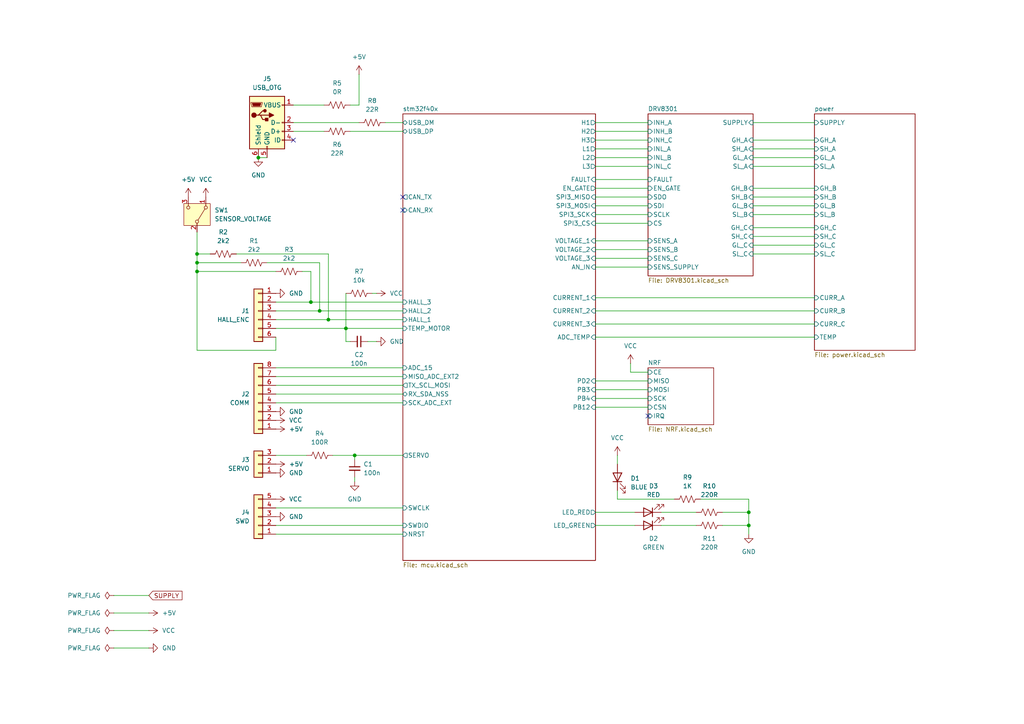
<source format=kicad_sch>
(kicad_sch (version 20231120) (generator "eeschema") (generator_version "8.0")
  (paper "A4")
  (title_block (title "bldc-controller-edp") (date "2024-08-20") (rev "1.0") (company "UTN"))
  (lib_symbols
    (symbol "Connector_Generic:Conn_01x03" (pin_names (offset 1.016) hide)
      (property "Reference" "J" (at 0 5.08 0))
      (property "Value" "Conn_01x03" (at 0 -5.08 0))
      (symbol "Conn_01x03_1_1"
        (rectangle (start -1.27 -2.413) (end 0 -2.667) (stroke (width 0.1524)))
        (rectangle (start -1.27 0.127) (end 0 -0.127) (stroke (width 0.1524)))
        (rectangle (start -1.27 2.667) (end 0 2.413) (stroke (width 0.1524)))
        (rectangle (start -1.27 3.81) (end 1.27 -3.81) (stroke (width 0.254)) (fill (type background)))
        (pin passive line (at -5.08 2.54 0) (length 3.81) (name "Pin_1") (number "1"))
        (pin passive line (at -5.08 0 0) (length 3.81) (name "Pin_2") (number "2"))
        (pin passive line (at -5.08 -2.54 0) (length 3.81) (name "Pin_3") (number "3"))
      )
    )
    (symbol "Connector_Generic:Conn_01x05" (pin_names (offset 1.016) hide)
      (property "Reference" "J" (at 0 7.62 0))
      (property "Value" "Conn_01x05" (at 0 -7.62 0))
      (symbol "Conn_01x05_1_1"
        (rectangle (start -1.27 -4.953) (end 0 -5.207) (stroke (width 0.1524)))
        (rectangle (start -1.27 -2.413) (end 0 -2.667) (stroke (width 0.1524)))
        (rectangle (start -1.27 0.127) (end 0 -0.127) (stroke (width 0.1524)))
        (rectangle (start -1.27 2.667) (end 0 2.413) (stroke (width 0.1524)))
        (rectangle (start -1.27 5.207) (end 0 4.953) (stroke (width 0.1524)))
        (rectangle (start -1.27 6.35) (end 1.27 -6.35) (stroke (width 0.254)) (fill (type background)))
        (pin passive line (at -5.08 5.08 0) (length 3.81) (name "Pin_1") (number "1"))
        (pin passive line (at -5.08 2.54 0) (length 3.81) (name "Pin_2") (number "2"))
        (pin passive line (at -5.08 0 0) (length 3.81) (name "Pin_3") (number "3"))
        (pin passive line (at -5.08 -2.54 0) (length 3.81) (name "Pin_4") (number "4"))
        (pin passive line (at -5.08 -5.08 0) (length 3.81) (name "Pin_5") (number "5"))
      )
    )
    (symbol "Connector_Generic:Conn_01x06" (pin_names (offset 1.016) hide)
      (property "Reference" "J" (at 0 7.62 0))
      (property "Value" "Conn_01x06" (at 0 -10.16 0))
      (symbol "Conn_01x06_1_1"
        (rectangle (start -1.27 -7.493) (end 0 -7.747) (stroke (width 0.1524)))
        (rectangle (start -1.27 -4.953) (end 0 -5.207) (stroke (width 0.1524)))
        (rectangle (start -1.27 -2.413) (end 0 -2.667) (stroke (width 0.1524)))
        (rectangle (start -1.27 0.127) (end 0 -0.127) (stroke (width 0.1524)))
        (rectangle (start -1.27 2.667) (end 0 2.413) (stroke (width 0.1524)))
        (rectangle (start -1.27 5.207) (end 0 4.953) (stroke (width 0.1524)))
        (rectangle (start -1.27 6.35) (end 1.27 -8.89) (stroke (width 0.254)) (fill (type background)))
        (pin passive line (at -5.08 5.08 0) (length 3.81) (name "Pin_1") (number "1"))
        (pin passive line (at -5.08 2.54 0) (length 3.81) (name "Pin_2") (number "2"))
        (pin passive line (at -5.08 0 0) (length 3.81) (name "Pin_3") (number "3"))
        (pin passive line (at -5.08 -2.54 0) (length 3.81) (name "Pin_4") (number "4"))
        (pin passive line (at -5.08 -5.08 0) (length 3.81) (name "Pin_5") (number "5"))
        (pin passive line (at -5.08 -7.62 0) (length 3.81) (name "Pin_6") (number "6"))
      )
    )
    (symbol "Connector_Generic:Conn_01x08" (pin_names (offset 1.016) hide)
      (property "Reference" "J" (at 0 10.16 0))
      (property "Value" "Conn_01x08" (at 0 -12.7 0))
      (symbol "Conn_01x08_1_1"
        (rectangle (start -1.27 -10.033) (end 0 -10.287) (stroke (width 0.1524)))
        (rectangle (start -1.27 -7.493) (end 0 -7.747) (stroke (width 0.1524)))
        (rectangle (start -1.27 -4.953) (end 0 -5.207) (stroke (width 0.1524)))
        (rectangle (start -1.27 -2.413) (end 0 -2.667) (stroke (width 0.1524)))
        (rectangle (start -1.27 0.127) (end 0 -0.127) (stroke (width 0.1524)))
        (rectangle (start -1.27 2.667) (end 0 2.413) (stroke (width 0.1524)))
        (rectangle (start -1.27 5.207) (end 0 4.953) (stroke (width 0.1524)))
        (rectangle (start -1.27 7.747) (end 0 7.493) (stroke (width 0.1524)))
        (rectangle (start -1.27 8.89) (end 1.27 -11.43) (stroke (width 0.254)) (fill (type background)))
        (pin passive line (at -5.08 7.62 0) (length 3.81) (name "Pin_1") (number "1"))
        (pin passive line (at -5.08 5.08 0) (length 3.81) (name "Pin_2") (number "2"))
        (pin passive line (at -5.08 2.54 0) (length 3.81) (name "Pin_3") (number "3"))
        (pin passive line (at -5.08 0 0) (length 3.81) (name "Pin_4") (number "4"))
        (pin passive line (at -5.08 -2.54 0) (length 3.81) (name "Pin_5") (number "5"))
        (pin passive line (at -5.08 -5.08 0) (length 3.81) (name "Pin_6") (number "6"))
        (pin passive line (at -5.08 -7.62 0) (length 3.81) (name "Pin_7") (number "7"))
        (pin passive line (at -5.08 -10.16 0) (length 3.81) (name "Pin_8") (number "8"))
      )
    )
    (symbol "Device:C_Small" (pin_numbers hide) (pin_names (offset 0.254) hide)
      (property "Reference" "C" (at 0.254 1.778 0))
      (property "Value" "C_Small" (at 0.254 -2.032 0))
      (symbol "C_Small_0_1"
        (polyline (pts (xy -1.524 -0.508) (xy 1.524 -0.508)) (stroke (width 0.3302)))
        (polyline (pts (xy -1.524 0.508) (xy 1.524 0.508)) (stroke (width 0.3048)))
      )
      (symbol "C_Small_1_1"
        (pin passive line (at 0 2.54 270) (length 2.032) (name "~") (number "1"))
        (pin passive line (at 0 -2.54 90) (length 2.032) (name "~") (number "2"))
      )
    )
    (symbol "Device:LED" (pin_numbers hide) (pin_names (offset 1.016) hide)
      (property "Reference" "D" (at 0 2.54 0))
      (property "Value" "LED" (at 0 -2.54 0))
      (symbol "LED_0_1"
        (polyline (pts (xy -1.27 -1.27) (xy -1.27 1.27)) (stroke (width 0.254)))
        (polyline (pts (xy -1.27 0) (xy 1.27 0)))
        (polyline (pts (xy 1.27 -1.27) (xy 1.27 1.27) (xy -1.27 0) (xy 1.27 -1.27)) (stroke (width 0.254)))
        (polyline (pts (xy -3.048 -0.762) (xy -4.572 -2.286) (xy -3.81 -2.286) (xy -4.572 -2.286) (xy -4.572 -1.524)))
        (polyline (pts (xy -1.778 -0.762) (xy -3.302 -2.286) (xy -2.54 -2.286) (xy -3.302 -2.286) (xy -3.302 -1.524)))
      )
      (symbol "LED_1_1"
        (pin passive line (at -3.81 0 0) (length 2.54) (name "K") (number "1"))
        (pin passive line (at 3.81 0 180) (length 2.54) (name "A") (number "2"))
      )
    )
    (symbol "Device:R_US" (pin_numbers hide) (pin_names (offset 0))
      (property "Reference" "R" (at 2.54 0 90))
      (property "Value" "R_US" (at -2.54 0 90))
      (symbol "R_US_0_1"
        (polyline (pts (xy 0 -2.286) (xy 0 -2.54)))
        (polyline (pts (xy 0 2.286) (xy 0 2.54)))
        (polyline (pts (xy 0 -0.762) (xy 1.016 -1.143) (xy 0 -1.524) (xy -1.016 -1.905) (xy 0 -2.286)))
        (polyline (pts (xy 0 0.762) (xy 1.016 0.381) (xy 0 0) (xy -1.016 -0.381) (xy 0 -0.762)))
        (polyline (pts (xy 0 2.286) (xy 1.016 1.905) (xy 0 1.524) (xy -1.016 1.143) (xy 0 0.762)))
      )
      (symbol "R_US_1_1"
        (pin passive line (at 0 3.81 270) (length 1.27) (name "~") (number "1"))
        (pin passive line (at 0 -3.81 90) (length 1.27) (name "~") (number "2"))
      )
    )
    (symbol "ESCX-rescue:PWR_FLAG-power" (power) (pin_numbers hide) (pin_names (offset 0) hide)
      (property "Value" "power:PWR_FLAG" (at 0 3.81 0))
      (symbol "PWR_FLAG-power_0_0"
        (pin power_out line (at 0 0 90) (length 0) (name "pwr") (number "1"))
      )
      (symbol "PWR_FLAG-power_0_1"
        (polyline (pts (xy 0 0) (xy 0 1.27) (xy -1.016 1.905) (xy 0 2.54) (xy 1.016 1.905) (xy 0 1.27)))
      )
    )
    (symbol "Switch:SW_SPDT" (pin_names (offset 0) hide)
      (property "Reference" "SW" (at 0 5.08 0))
      (property "Value" "SW_SPDT" (at 0 -5.08 0))
      (symbol "SW_SPDT_0_1"
        (circle (center -2.032 0) (radius 0.4572))
        (polyline (pts (xy -1.651 0.254) (xy 1.651 2.286)))
        (circle (center 2.032 -2.54) (radius 0.4572))
        (circle (center 2.032 2.54) (radius 0.4572))
      )
      (symbol "SW_SPDT_1_1"
        (rectangle (start -3.175 3.81) (end 3.175 -3.81) (fill (type background)))
        (pin passive line (at 5.08 2.54 180) (length 2.54) (name "A") (number "1"))
        (pin passive line (at -5.08 0 0) (length 2.54) (name "B") (number "2"))
        (pin passive line (at 5.08 -2.54 180) (length 2.54) (name "C") (number "3"))
      )
    )
    (symbol "bldc:USB_OTG" (pin_names (offset 1.016))
      (property "Reference" "J" (at -5.08 11.43 0))
      (property "Value" "USB_OTG" (at -5.08 8.89 0))
      (symbol "USB_OTG_0_1"
        (rectangle (start -5.08 -7.62) (end 5.08 7.62) (stroke (width 0.254)) (fill (type background)))
        (circle (center -3.81 2.159) (radius 0.635) (stroke (width 0.254)) (fill (type outline)))
        (circle (center -0.635 3.429) (radius 0.381) (stroke (width 0.254)) (fill (type outline)))
        (rectangle (start -0.127 -7.62) (end 0.127 -6.858))
        (polyline (pts (xy -1.905 2.159) (xy 0.635 2.159)) (stroke (width 0.254)))
        (polyline (pts (xy -3.175 2.159) (xy -2.54 2.159) (xy -1.27 3.429) (xy -0.635 3.429)) (stroke (width 0.254)))
        (polyline (pts (xy -2.54 2.159) (xy -1.905 2.159) (xy -1.27 0.889) (xy 0 0.889)) (stroke (width 0.254)))
        (polyline (pts (xy 0.635 2.794) (xy 0.635 1.524) (xy 1.905 2.159) (xy 0.635 2.794)) (stroke (width 0.254)) (fill (type outline)))
        (polyline (pts (xy -4.318 5.588) (xy -1.778 5.588) (xy -2.032 4.826) (xy -4.064 4.826) (xy -4.318 5.588)) (fill (type outline)))
        (polyline (pts (xy -4.699 5.842) (xy -4.699 5.588) (xy -4.445 4.826) (xy -4.445 4.572) (xy -1.651 4.572) (xy -1.651 4.826) (xy -1.397 5.588) (xy -1.397 5.842) (xy -4.699 5.842)))
        (rectangle (start 0.254 1.27) (end -0.508 0.508) (stroke (width 0.254)) (fill (type outline)))
        (rectangle (start 5.08 -5.207) (end 4.318 -4.953))
        (rectangle (start 5.08 -2.667) (end 4.318 -2.413))
        (rectangle (start 5.08 -0.127) (end 4.318 0.127))
        (rectangle (start 5.08 4.953) (end 4.318 5.207))
      )
      (symbol "USB_OTG_1_1"
        (pin passive line (at 7.62 5.08 180) (length 2.54) (name "VBUS") (number "1"))
        (pin passive line (at 7.62 0 180) (length 2.54) (name "D-") (number "2"))
        (pin passive line (at 7.62 -2.54 180) (length 2.54) (name "D+") (number "3"))
        (pin passive line (at 7.62 -5.08 180) (length 2.54) (name "ID") (number "4"))
        (pin power_in line (at 0 -10.16 90) (length 2.54) (name "GND") (number "5"))
        (pin passive line (at -2.54 -10.16 90) (length 2.54) (name "Shield") (number "6"))
      )
    )
    (symbol "power:+5V" (power) (pin_numbers hide) (pin_names (offset 0) hide)
      (property "Value" "+5V" (at 0 3.556 0))
      (symbol "+5V_0_1"
        (polyline (pts (xy -0.762 1.27) (xy 0 2.54)))
        (polyline (pts (xy 0 0) (xy 0 2.54)))
        (polyline (pts (xy 0 2.54) (xy 0.762 1.27)))
      )
      (symbol "+5V_1_1"
        (pin power_in line (at 0 0 90) (length 0) (name "~") (number "1"))
      )
    )
    (symbol "power:GND" (power) (pin_numbers hide) (pin_names (offset 0) hide)
      (property "Value" "GND" (at 0 -3.81 0))
      (symbol "GND_0_1"
        (polyline (pts (xy 0 0) (xy 0 -1.27) (xy 1.27 -1.27) (xy 0 -2.54) (xy -1.27 -1.27) (xy 0 -1.27)))
      )
      (symbol "GND_1_1"
        (pin power_in line (at 0 0 270) (length 0) (name "~") (number "1"))
      )
    )
    (symbol "power:VCC" (power) (pin_numbers hide) (pin_names (offset 0) hide)
      (property "Value" "VCC" (at 0 3.556 0))
      (symbol "VCC_0_1"
        (polyline (pts (xy -0.762 1.27) (xy 0 2.54)))
        (polyline (pts (xy 0 0) (xy 0 2.54)))
        (polyline (pts (xy 0 2.54) (xy 0.762 1.27)))
      )
      (symbol "VCC_1_1"
        (pin power_in line (at 0 0 90) (length 0) (name "~") (number "1"))
      )
    )
  )
  (junction (at 57.15 76.2))
  (junction (at 100.33 95.25))
  (junction (at 57.15 78.74))
  (junction (at 95.25 92.71))
  (junction (at 57.15 73.66))
  (junction (at 102.87 132.08))
  (junction (at 217.17 152.4))
  (junction (at 217.17 148.59))
  (junction (at 74.93 45.72))
  (junction (at 90.17 87.63))
  (junction (at 92.71 90.17))
  (no_connect (at 85.09 40.64))
  (no_connect (at 116.84 57.15))
  (no_connect (at 116.84 60.96))
  (no_connect (at 187.96 120.65))
  (wire (pts (xy 172.72 40.64) (xy 187.96 40.64)))
  (wire (pts (xy 95.25 73.66) (xy 95.25 92.71)))
  (wire (pts (xy 172.72 48.26) (xy 187.96 48.26)))
  (wire (pts (xy 80.01 111.76) (xy 116.84 111.76)))
  (wire (pts (xy 182.88 107.95) (xy 182.88 105.41)))
  (wire (pts (xy 57.15 101.6) (xy 57.15 78.74)))
  (wire (pts (xy 68.58 73.66) (xy 95.25 73.66)))
  (wire (pts (xy 80.01 92.71) (xy 95.25 92.71)))
  (wire (pts (xy 209.55 152.4) (xy 217.17 152.4)))
  (wire (pts (xy 102.87 138.43) (xy 102.87 139.7)))
  (wire (pts (xy 218.44 73.66) (xy 236.22 73.66)))
  (wire (pts (xy 172.72 93.98) (xy 236.22 93.98)))
  (wire (pts (xy 172.72 54.61) (xy 187.96 54.61)))
  (wire (pts (xy 116.84 147.32) (xy 80.01 147.32)))
  (wire (pts (xy 172.72 77.47) (xy 187.96 77.47)))
  (wire (pts (xy 191.77 152.4) (xy 201.93 152.4)))
  (wire (pts (xy 172.72 38.1) (xy 187.96 38.1)))
  (wire (pts (xy 57.15 73.66) (xy 57.15 67.31)))
  (wire (pts (xy 96.52 132.08) (xy 102.87 132.08)))
  (wire (pts (xy 60.96 73.66) (xy 57.15 73.66)))
  (wire (pts (xy 90.17 78.74) (xy 87.63 78.74)))
  (wire (pts (xy 217.17 144.78) (xy 203.2 144.78)))
  (wire (pts (xy 217.17 152.4) (xy 217.17 148.59)))
  (wire (pts (xy 80.01 154.94) (xy 116.84 154.94)))
  (wire (pts (xy 218.44 57.15) (xy 236.22 57.15)))
  (wire (pts (xy 191.77 148.59) (xy 201.93 148.59)))
  (wire (pts (xy 172.72 72.39) (xy 187.96 72.39)))
  (wire (pts (xy 106.68 99.06) (xy 109.22 99.06)))
  (wire (pts (xy 92.71 76.2) (xy 92.71 90.17)))
  (wire (pts (xy 172.72 90.17) (xy 236.22 90.17)))
  (wire (pts (xy 218.44 40.64) (xy 236.22 40.64)))
  (wire (pts (xy 95.25 92.71) (xy 116.84 92.71)))
  (wire (pts (xy 172.72 86.36) (xy 236.22 86.36)))
  (wire (pts (xy 218.44 66.04) (xy 236.22 66.04)))
  (wire (pts (xy 172.72 74.93) (xy 187.96 74.93)))
  (wire (pts (xy 217.17 148.59) (xy 217.17 144.78)))
  (wire (pts (xy 172.72 115.57) (xy 187.96 115.57)))
  (wire (pts (xy 179.07 134.62) (xy 179.07 132.08)))
  (wire (pts (xy 107.95 85.09) (xy 109.22 85.09)))
  (wire (pts (xy 111.76 35.56) (xy 116.84 35.56)))
  (wire (pts (xy 101.6 38.1) (xy 116.84 38.1)))
  (wire (pts (xy 102.87 132.08) (xy 116.84 132.08)))
  (wire (pts (xy 218.44 62.23) (xy 236.22 62.23)))
  (wire (pts (xy 172.72 62.23) (xy 187.96 62.23)))
  (wire (pts (xy 218.44 54.61) (xy 236.22 54.61)))
  (wire (pts (xy 172.72 35.56) (xy 187.96 35.56)))
  (wire (pts (xy 33.02 177.8) (xy 43.18 177.8)))
  (wire (pts (xy 218.44 35.56) (xy 236.22 35.56)))
  (wire (pts (xy 218.44 68.58) (xy 236.22 68.58)))
  (wire (pts (xy 80.01 97.79) (xy 80.01 101.6)))
  (wire (pts (xy 179.07 144.78) (xy 195.58 144.78)))
  (wire (pts (xy 179.07 142.24) (xy 179.07 144.78)))
  (wire (pts (xy 172.72 64.77) (xy 187.96 64.77)))
  (wire (pts (xy 80.01 132.08) (xy 88.9 132.08)))
  (wire (pts (xy 104.14 30.48) (xy 104.14 21.59)))
  (wire (pts (xy 172.72 113.03) (xy 187.96 113.03)))
  (wire (pts (xy 33.02 182.88) (xy 43.18 182.88)))
  (wire (pts (xy 80.01 109.22) (xy 116.84 109.22)))
  (wire (pts (xy 100.33 95.25) (xy 116.84 95.25)))
  (wire (pts (xy 209.55 148.59) (xy 217.17 148.59)))
  (wire (pts (xy 172.72 118.11) (xy 187.96 118.11)))
  (wire (pts (xy 218.44 45.72) (xy 236.22 45.72)))
  (wire (pts (xy 218.44 48.26) (xy 236.22 48.26)))
  (wire (pts (xy 80.01 116.84) (xy 116.84 116.84)))
  (wire (pts (xy 172.72 152.4) (xy 184.15 152.4)))
  (wire (pts (xy 172.72 110.49) (xy 187.96 110.49)))
  (wire (pts (xy 80.01 114.3) (xy 116.84 114.3)))
  (wire (pts (xy 100.33 99.06) (xy 101.6 99.06)))
  (wire (pts (xy 218.44 43.18) (xy 236.22 43.18)))
  (wire (pts (xy 102.87 132.08) (xy 102.87 133.35)))
  (wire (pts (xy 33.02 172.72) (xy 43.18 172.72)))
  (wire (pts (xy 172.72 45.72) (xy 187.96 45.72)))
  (wire (pts (xy 85.09 38.1) (xy 93.98 38.1)))
  (wire (pts (xy 100.33 99.06) (xy 100.33 95.25)))
  (wire (pts (xy 172.72 57.15) (xy 187.96 57.15)))
  (wire (pts (xy 80.01 101.6) (xy 57.15 101.6)))
  (wire (pts (xy 101.6 30.48) (xy 104.14 30.48)))
  (wire (pts (xy 187.96 107.95) (xy 182.88 107.95)))
  (wire (pts (xy 80.01 90.17) (xy 92.71 90.17)))
  (wire (pts (xy 90.17 87.63) (xy 90.17 78.74)))
  (wire (pts (xy 172.72 59.69) (xy 187.96 59.69)))
  (wire (pts (xy 33.02 187.96) (xy 43.18 187.96)))
  (wire (pts (xy 85.09 30.48) (xy 93.98 30.48)))
  (wire (pts (xy 69.85 76.2) (xy 57.15 76.2)))
  (wire (pts (xy 80.01 106.68) (xy 116.84 106.68)))
  (wire (pts (xy 90.17 87.63) (xy 116.84 87.63)))
  (wire (pts (xy 80.01 78.74) (xy 57.15 78.74)))
  (wire (pts (xy 218.44 71.12) (xy 236.22 71.12)))
  (wire (pts (xy 57.15 78.74) (xy 57.15 76.2)))
  (wire (pts (xy 92.71 90.17) (xy 116.84 90.17)))
  (wire (pts (xy 172.72 52.07) (xy 187.96 52.07)))
  (wire (pts (xy 100.33 85.09) (xy 100.33 95.25)))
  (wire (pts (xy 218.44 59.69) (xy 236.22 59.69)))
  (wire (pts (xy 77.47 45.72) (xy 74.93 45.72)))
  (wire (pts (xy 172.72 69.85) (xy 187.96 69.85)))
  (wire (pts (xy 172.72 97.79) (xy 236.22 97.79)))
  (wire (pts (xy 80.01 152.4) (xy 116.84 152.4)))
  (wire (pts (xy 172.72 148.59) (xy 184.15 148.59)))
  (wire (pts (xy 217.17 152.4) (xy 217.17 154.94)))
  (wire (pts (xy 172.72 43.18) (xy 187.96 43.18)))
  (wire (pts (xy 80.01 87.63) (xy 90.17 87.63)))
  (wire (pts (xy 77.47 76.2) (xy 92.71 76.2)))
  (wire (pts (xy 85.09 35.56) (xy 104.14 35.56)))
  (wire (pts (xy 57.15 76.2) (xy 57.15 73.66)))
  (wire (pts (xy 80.01 95.25) (xy 100.33 95.25)))
  (global_label "SUPPLY" (shape input) (at 43.18 172.72 0) (property "Intersheetrefs" "${INTERSHEET_REFS}" (effects (hide yes))))
  (symbol (lib_id "Connector_Generic:Conn_01x06") (at 74.93 90.17 0) (mirror y) (unit 1)
    (property "Reference" "J1" (at 72.39 90.1699 0) (effects (justify left)))
    (property "Value" "HALL_ENC" (at 72.39 92.7099 0) (effects (justify left)))
  )
  (symbol (lib_id "Device:R_US") (at 83.82 78.74 270) (unit 1)
    (property "Reference" "R3" (at 83.82 72.39 90))
    (property "Value" "2k2" (at 83.82 74.93 90))
    (property "Footprint" "Resistor_SMD:R_0603_1608Metric" (effects (hide yes)))
    (property "Description" "R 2k2, 0603 " (effects (hide yes)))
  )
  (symbol (lib_id "Device:R_US") (at 73.66 76.2 270) (unit 1)
    (property "Reference" "R1" (at 73.66 69.85 90))
    (property "Value" "2k2" (at 73.66 72.39 90))
    (property "Footprint" "Resistor_SMD:R_0603_1608Metric" (effects (hide yes)))
    (property "Description" "R 2k2, 0603 " (effects (hide yes)))
  )
  (symbol (lib_id "Device:R_US") (at 64.77 73.66 270) (unit 1)
    (property "Reference" "R2" (at 64.77 67.31 90))
    (property "Value" "2k2" (at 64.77 69.85 90))
    (property "Footprint" "Resistor_SMD:R_0603_1608Metric" (effects (hide yes)))
    (property "Description" "R 2k2, 0603 " (effects (hide yes)))
  )
  (symbol (lib_id "power:GND") (at 80.01 85.09 90) (unit 1)
    (property "Reference" "#PWR07" (effects (hide yes)))
    (property "Value" "GND" (at 83.82 85.0899 90) (effects (justify right)))
    (property "Description" "Power symbol creates a global label with name \"GND\" , ground" (effects (hide yes)))
  )
  (symbol (lib_id "Device:R_US") (at 104.14 85.09 270) (unit 1)
    (property "Reference" "R7" (at 104.14 78.74 90))
    (property "Value" "10k" (at 104.14 81.28 90))
    (property "Footprint" "Resistor_SMD:R_0603_1608Metric" (effects (hide yes)))
  )
  (symbol (lib_id "power:VCC") (at 109.22 85.09 270) (unit 1)
    (property "Reference" "#PWR017" (effects (hide yes)))
    (property "Value" "VCC" (at 113.03 85.0899 90) (effects (justify left)))
    (property "Description" "Power symbol creates a global label with name \"VCC\"" (effects (hide yes)))
  )
  (symbol (lib_id "Device:C_Small") (at 104.14 99.06 270) (unit 1)
    (property "Reference" "C2" (at 104.1336 102.87 90))
    (property "Value" "100n" (at 104.1336 105.41 90))
    (property "Footprint" "Capacitor_SMD:C_0603_1608Metric" (effects (hide yes)))
    (property "Description" "CAP 100n, 50V, 0603" (effects (hide yes)))
  )
  (symbol (lib_id "power:GND") (at 109.22 99.06 90) (unit 1)
    (property "Reference" "#PWR018" (effects (hide yes)))
    (property "Value" "GND" (at 113.03 99.0599 90) (effects (justify right)))
    (property "Description" "Power symbol creates a global label with name \"GND\" , ground" (effects (hide yes)))
  )
  (symbol (lib_id "Switch:SW_SPDT") (at 57.15 62.23 270) (mirror x) (unit 1)
    (property "Reference" "SW1" (at 62.23 60.9599 90) (effects (justify left)))
    (property "Value" "SENSOR_VOLTAGE" (at 62.23 63.4999 90) (effects (justify left)))
    (property "Footprint" "Button_Switch_THT:SW_Slide-03_Wuerth-WS-SLTV_10x2.5x6.4_P2.54mm" (effects (hide yes)))
    (property "Description" "SWITCH SLIDE SPDT 500MA 12V" (effects (hide yes)))
    (property "Manufacturer" "Würth Elektronik" (effects (hide yes)))
    (property "Manufacturer Product Number " "450301014042" (effects (hide yes)))
  )
  (symbol (lib_id "Connector_Generic:Conn_01x08") (at 74.93 116.84 180) (unit 1)
    (property "Reference" "J2" (at 72.39 114.2999 0) (effects (justify left)))
    (property "Value" "COMM" (at 72.39 116.8399 0) (effects (justify left)))
  )
  (symbol (lib_id "power:VCC") (at 59.69 57.15 0) (unit 1)
    (property "Reference" "#PWR05" (effects (hide yes)))
    (property "Value" "VCC" (at 59.69 52.07 0))
    (property "Description" "Power symbol creates a global label with name \"VCC\"" (effects (hide yes)))
  )
  (symbol (lib_id "power:+5V") (at 54.61 57.15 0) (unit 1)
    (property "Reference" "#PWR04" (effects (hide yes)))
    (property "Value" "+5V" (at 54.61 52.07 0))
    (property "Description" "Power symbol creates a global label with name \"+5V\"" (effects (hide yes)))
  )
  (symbol (lib_id "ESCX-rescue:PWR_FLAG-power") (at 33.02 172.72 90) (unit 1)
    (property "Reference" "#FLG01" (effects (hide yes)))
    (property "Value" "PWR_FLAG" (at 29.21 172.7199 90) (effects (justify left)))
  )
  (symbol (lib_id "ESCX-rescue:PWR_FLAG-power") (at 33.02 177.8 90) (unit 1)
    (property "Reference" "#FLG02" (effects (hide yes)))
    (property "Value" "PWR_FLAG" (at 29.21 177.7999 90) (effects (justify left)))
  )
  (symbol (lib_id "ESCX-rescue:PWR_FLAG-power") (at 33.02 182.88 90) (unit 1)
    (property "Reference" "#FLG03" (effects (hide yes)))
    (property "Value" "PWR_FLAG" (at 29.21 182.8799 90) (effects (justify left)))
  )
  (symbol (lib_id "ESCX-rescue:PWR_FLAG-power") (at 33.02 187.96 90) (unit 1)
    (property "Reference" "#FLG04" (effects (hide yes)))
    (property "Value" "PWR_FLAG" (at 29.21 187.9599 90) (effects (justify left)))
  )
  (symbol (lib_id "power:VCC") (at 43.18 182.88 270) (unit 1)
    (property "Reference" "#PWR02" (effects (hide yes)))
    (property "Value" "VCC" (at 46.99 182.8799 90) (effects (justify left)))
    (property "Description" "Power symbol creates a global label with name \"VCC\"" (effects (hide yes)))
  )
  (symbol (lib_id "power:GND") (at 43.18 187.96 90) (unit 1)
    (property "Reference" "#PWR03" (effects (hide yes)))
    (property "Value" "GND" (at 46.99 187.9599 90) (effects (justify right)))
    (property "Description" "Power symbol creates a global label with name \"GND\" , ground" (effects (hide yes)))
  )
  (symbol (lib_id "power:GND") (at 80.01 119.38 90) (unit 1)
    (property "Reference" "#PWR08" (effects (hide yes)))
    (property "Value" "GND" (at 83.82 119.3799 90) (effects (justify right)))
    (property "Description" "Power symbol creates a global label with name \"GND\" , ground" (effects (hide yes)))
  )
  (symbol (lib_id "power:VCC") (at 80.01 121.92 270) (unit 1)
    (property "Reference" "#PWR09" (effects (hide yes)))
    (property "Value" "VCC" (at 83.82 121.9199 90) (effects (justify left)))
    (property "Description" "Power symbol creates a global label with name \"VCC\"" (effects (hide yes)))
  )
  (symbol (lib_id "power:+5V") (at 80.01 124.46 270) (unit 1)
    (property "Reference" "#PWR010" (effects (hide yes)))
    (property "Value" "+5V" (at 83.82 124.4599 90) (effects (justify left)))
    (property "Description" "Power symbol creates a global label with name \"+5V\"" (effects (hide yes)))
  )
  (symbol (lib_id "Connector_Generic:Conn_01x03") (at 74.93 134.62 180) (unit 1)
    (property "Reference" "J3" (at 72.39 133.3499 0) (effects (justify left)))
    (property "Value" "SERVO" (at 72.39 135.8899 0) (effects (justify left)))
  )
  (symbol (lib_id "Device:R_US") (at 107.95 35.56 270) (unit 1)
    (property "Reference" "R8" (at 107.95 29.21 90))
    (property "Value" "22R" (at 107.95 31.75 90))
    (property "Footprint" "Resistor_SMD:R_0603_1608Metric" (effects (hide yes)))
  )
  (symbol (lib_id "Device:R_US") (at 97.79 38.1 270) (unit 1)
    (property "Reference" "R6" (at 97.79 41.91 90))
    (property "Value" "22R" (at 97.79 44.45 90))
    (property "Footprint" "Resistor_SMD:R_0603_1608Metric" (effects (hide yes)))
  )
  (symbol (lib_id "power:GND") (at 74.93 45.72 0) (unit 1)
    (property "Reference" "#PWR06" (effects (hide yes)))
    (property "Value" "GND" (at 74.93 50.8 0))
    (property "Description" "Power symbol creates a global label with name \"GND\" , ground" (effects (hide yes)))
  )
  (symbol (lib_id "Device:R_US") (at 92.71 132.08 270) (unit 1)
    (property "Reference" "R4" (at 92.71 125.73 90))
    (property "Value" "100R" (at 92.71 128.27 90))
    (property "Footprint" "Resistor_SMD:R_0603_1608Metric" (effects (hide yes)))
    (property "Description" "R 2k2, 0603 " (effects (hide yes)))
  )
  (symbol (lib_id "Device:C_Small") (at 102.87 135.89 0) (unit 1)
    (property "Reference" "C1" (at 105.41 134.6262 0) (effects (justify left)))
    (property "Value" "100n" (at 105.41 137.1662 0) (effects (justify left)))
    (property "Footprint" "Capacitor_SMD:C_0603_1608Metric" (effects (hide yes)))
    (property "Description" "CAP 100n, 50V, 0603" (effects (hide yes)))
  )
  (symbol (lib_id "power:GND") (at 102.87 139.7 0) (unit 1)
    (property "Reference" "#PWR015" (effects (hide yes)))
    (property "Value" "GND" (at 102.87 144.78 0))
    (property "Description" "Power symbol creates a global label with name \"GND\" , ground" (effects (hide yes)))
  )
  (symbol (lib_id "Connector_Generic:Conn_01x05") (at 74.93 149.86 180) (unit 1)
    (property "Reference" "J4" (at 72.39 148.5899 0) (effects (justify left)))
    (property "Value" "SWD" (at 72.39 151.1299 0) (effects (justify left)))
  )
  (symbol (lib_id "power:VCC") (at 80.01 144.78 270) (unit 1)
    (property "Reference" "#PWR013" (effects (hide yes)))
    (property "Value" "VCC" (at 83.82 144.7799 90) (effects (justify left)))
    (property "Description" "Power symbol creates a global label with name \"VCC\"" (effects (hide yes)))
  )
  (symbol (lib_id "power:GND") (at 80.01 149.86 90) (unit 1)
    (property "Reference" "#PWR014" (effects (hide yes)))
    (property "Value" "GND" (at 83.82 149.8599 90) (effects (justify right)))
    (property "Description" "Power symbol creates a global label with name \"GND\" , ground" (effects (hide yes)))
  )
  (symbol (lib_id "power:+5V") (at 80.01 134.62 270) (unit 1)
    (property "Reference" "#PWR011" (effects (hide yes)))
    (property "Value" "+5V" (at 83.82 134.6199 90) (effects (justify left)))
    (property "Description" "Power symbol creates a global label with name \"+5V\"" (effects (hide yes)))
  )
  (symbol (lib_id "power:GND") (at 80.01 137.16 90) (unit 1)
    (property "Reference" "#PWR012" (effects (hide yes)))
    (property "Value" "GND" (at 83.82 137.1599 90) (effects (justify right)))
    (property "Description" "Power symbol creates a global label with name \"GND\" , ground" (effects (hide yes)))
  )
  (symbol (lib_id "Device:LED") (at 179.07 138.43 90) (unit 1)
    (property "Reference" "D1" (at 182.88 138.7474 90) (effects (justify right)))
    (property "Value" "BLUE" (at 182.88 141.2874 90) (effects (justify right)))
    (property "Footprint" "LED_SMD:LED_0603_1608Metric" (effects (hide yes)))
    (property "Description" "LED Blue, 0603 " (effects (hide yes)))
  )
  (symbol (lib_id "Device:LED") (at 187.96 148.59 180) (unit 1)
    (property "Reference" "D3" (at 189.5475 140.97 0))
    (property "Value" "RED" (at 189.5475 143.51 0))
    (property "Footprint" "LED_SMD:LED_0603_1608Metric" (effects (hide yes)))
    (property "Description" "LED Red, 0603 " (effects (hide yes)))
  )
  (symbol (lib_id "Device:LED") (at 187.96 152.4 180) (unit 1)
    (property "Reference" "D2" (at 189.5475 156.21 0))
    (property "Value" "GREEN" (at 189.5475 158.75 0))
    (property "Footprint" "LED_SMD:LED_0603_1608Metric" (effects (hide yes)))
    (property "Description" "LED Green, 0603" (effects (hide yes)))
  )
  (symbol (lib_id "Device:R_US") (at 199.39 144.78 90) (unit 1)
    (property "Reference" "R9" (at 199.39 138.43 90))
    (property "Value" "1K" (at 199.39 140.97 90))
    (property "Footprint" "Resistor_SMD:R_0603_1608Metric" (effects (hide yes)))
  )
  (symbol (lib_id "Device:R_US") (at 205.74 148.59 90) (unit 1)
    (property "Reference" "R10" (at 205.74 140.97 90))
    (property "Value" "220R" (at 205.74 143.51 90))
    (property "Footprint" "Resistor_SMD:R_0603_1608Metric" (effects (hide yes)))
  )
  (symbol (lib_id "Device:R_US") (at 205.74 152.4 90) (unit 1)
    (property "Reference" "R11" (at 205.74 156.21 90))
    (property "Value" "220R" (at 205.74 158.75 90))
    (property "Footprint" "Resistor_SMD:R_0603_1608Metric" (effects (hide yes)))
  )
  (symbol (lib_id "power:GND") (at 217.17 154.94 0) (unit 1)
    (property "Reference" "#PWR021" (effects (hide yes)))
    (property "Value" "GND" (at 217.17 160.02 0))
    (property "Description" "Power symbol creates a global label with name \"GND\" , ground" (effects (hide yes)))
  )
  (symbol (lib_id "power:VCC") (at 179.07 132.08 0) (unit 1)
    (property "Reference" "#PWR019" (effects (hide yes)))
    (property "Value" "VCC" (at 179.07 127 0))
    (property "Description" "Power symbol creates a global label with name \"VCC\"" (effects (hide yes)))
  )
  (symbol (lib_id "power:VCC") (at 182.88 105.41 0) (unit 1)
    (property "Reference" "#PWR020" (effects (hide yes)))
    (property "Value" "VCC" (at 182.88 100.33 0))
    (property "Description" "Power symbol creates a global label with name \"VCC\"" (effects (hide yes)))
  )
  (symbol (lib_id "bldc:USB_OTG") (at 77.47 35.56 0) (unit 1)
    (property "Reference" "J5" (at 77.47 22.86 0))
    (property "Value" "USB_OTG" (at 77.47 25.4 0))
    (property "Datasheet" " ~" (effects (hide yes)))
  )
  (symbol (lib_id "Device:R_US") (at 97.79 30.48 270) (unit 1)
    (property "Reference" "R5" (at 97.79 24.13 90))
    (property "Value" "0R" (at 97.79 26.67 90))
    (property "Footprint" "Resistor_SMD:R_0603_1608Metric" (effects (hide yes)))
    (property "Description" "R 0, 0603 " (effects (hide yes)))
  )
  (symbol (lib_id "power:+5V") (at 104.14 21.59 0) (unit 1)
    (property "Reference" "#PWR016" (effects (hide yes)))
    (property "Value" "+5V" (at 104.14 16.51 0))
    (property "Description" "Power symbol creates a global label with name \"+5V\"" (effects (hide yes)))
  )
  (symbol (lib_id "power:+5V") (at 43.18 177.8 270) (unit 1)
    (property "Reference" "#PWR01" (effects (hide yes)))
    (property "Value" "+5V" (at 46.99 177.7999 90) (effects (justify left)))
    (property "Description" "Power symbol creates a global label with name \"+5V\"" (effects (hide yes)))
  )
  (sheet (at 116.84 33.02) (size 55.88 129.54)
    (property "Sheetname" "stm32f40x" (at 116.84 32.3084 0) (effects (justify left bottom)))
    (property "Sheetfile" "mcu.kicad_sch" (at 116.84 163.1446 0) (effects (justify left top)))
    (pin "VOLTAGE_1" input (at 172.72 69.85 0))
    (pin "VOLTAGE_2" input (at 172.72 72.39 0))
    (pin "VOLTAGE_3" input (at 172.72 74.93 0))
    (pin "ADC_TEMP" input (at 172.72 97.79 0))
    (pin "RX_SDA_NSS" bidirectional (at 116.84 114.3 180))
    (pin "SCK_ADC_EXT" input (at 116.84 116.84 180))
    (pin "MISO_ADC_EXT2" input (at 116.84 109.22 180))
    (pin "TX_SCL_MOSI" output (at 116.84 111.76 180))
    (pin "H1" output (at 172.72 35.56 0))
    (pin "H2" output (at 172.72 38.1 0))
    (pin "H3" output (at 172.72 40.64 0))
    (pin "USB_DM" bidirectional (at 116.84 35.56 180))
    (pin "USB_DP" bidirectional (at 116.84 38.1 180))
    (pin "LED_GREEN" output (at 172.72 152.4 0))
    (pin "LED_RED" output (at 172.72 148.59 0))
    (pin "EN_GATE" output (at 172.72 54.61 0))
    (pin "SERVO" output (at 116.84 132.08 180))
    (pin "FAULT" input (at 172.72 52.07 0))
    (pin "CAN_RX" input (at 116.84 60.96 180))
    (pin "CAN_TX" output (at 116.84 57.15 180))
    (pin "PB12" input (at 172.72 118.11 0))
    (pin "L1" output (at 172.72 43.18 0))
    (pin "L2" output (at 172.72 45.72 0))
    (pin "L3" output (at 172.72 48.26 0))
    (pin "CURRENT_1" input (at 172.72 86.36 0))
    (pin "CURRENT_2" input (at 172.72 90.17 0))
    (pin "CURRENT_3" input (at 172.72 93.98 0))
    (pin "AN_IN" input (at 172.72 77.47 0))
    (pin "TEMP_MOTOR" input (at 116.84 95.25 180))
    (pin "ADC_15" input (at 116.84 106.68 180))
    (pin "HALL_1" input (at 116.84 92.71 180))
    (pin "HALL_2" input (at 116.84 90.17 180))
    (pin "HALL_3" input (at 116.84 87.63 180))
    (pin "SPI3_CS" input (at 172.72 64.77 0))
    (pin "SPI3_SCK" input (at 172.72 62.23 0))
    (pin "SPI3_MISO" input (at 172.72 57.15 0))
    (pin "SPI3_MOSI" input (at 172.72 59.69 0))
    (pin "PD2" input (at 172.72 110.49 0))
    (pin "NRST" input (at 116.84 154.94 180))
    (pin "SWDIO" input (at 116.84 152.4 180))
    (pin "SWCLK" input (at 116.84 147.32 180))
    (pin "PB3" input (at 172.72 113.03 0))
    (pin "PB4" input (at 172.72 115.57 0))
  )
  (sheet (at 187.96 33.02) (size 30.48 46.99)
    (property "Sheetname" "DRV8301" (at 187.96 32.3084 0) (effects (justify left bottom)))
    (property "Sheetfile" "DRV8301.kicad_sch" (at 187.96 80.5946 0) (effects (justify left top)))
    (pin "FAULT" input (at 187.96 52.07 180))
    (pin "CS" input (at 187.96 64.77 180))
    (pin "SDI" input (at 187.96 59.69 180))
    (pin "SDO" input (at 187.96 57.15 180))
    (pin "SCLK" input (at 187.96 62.23 180))
    (pin "EN_GATE" input (at 187.96 54.61 180))
    (pin "INL_A" input (at 187.96 43.18 180))
    (pin "INH_B" input (at 187.96 38.1 180))
    (pin "INL_B" input (at 187.96 45.72 180))
    (pin "INH_C" input (at 187.96 40.64 180))
    (pin "INL_C" input (at 187.96 48.26 180))
    (pin "SUPPLY" input (at 218.44 35.56 0))
    (pin "GH_A" input (at 218.44 40.64 0))
    (pin "GL_A" input (at 218.44 45.72 0))
    (pin "SL_A" input (at 218.44 48.26 0))
    (pin "GH_B" input (at 218.44 54.61 0))
    (pin "GL_B" input (at 218.44 59.69 0))
    (pin "SL_B" input (at 218.44 62.23 0))
    (pin "GH_C" input (at 218.44 66.04 0))
    (pin "GL_C" input (at 218.44 71.12 0))
    (pin "SL_C" input (at 218.44 73.66 0))
    (pin "SH_A" input (at 218.44 43.18 0))
    (pin "SH_B" input (at 218.44 57.15 0))
    (pin "SH_C" input (at 218.44 68.58 0))
    (pin "SENS_SUPPLY" input (at 187.96 77.47 180))
    (pin "SENS_A" input (at 187.96 69.85 180))
    (pin "SENS_B" input (at 187.96 72.39 180))
    (pin "SENS_C" input (at 187.96 74.93 180))
    (pin "INH_A" input (at 187.96 35.56 180))
  )
  (sheet (at 236.22 33.02) (size 29.21 68.58)
    (property "Sheetname" "power" (at 236.22 32.3084 0) (effects (justify left bottom)))
    (property "Sheetfile" "power.kicad_sch" (at 236.22 102.1846 0) (effects (justify left top)))
    (pin "GL_B" input (at 236.22 59.69 180))
    (pin "SH_B" input (at 236.22 57.15 180))
    (pin "SL_B" input (at 236.22 62.23 180))
    (pin "GH_B" input (at 236.22 54.61 180))
    (pin "GL_A" input (at 236.22 45.72 180))
    (pin "SH_A" input (at 236.22 43.18 180))
    (pin "SL_A" input (at 236.22 48.26 180))
    (pin "GH_A" input (at 236.22 40.64 180))
    (pin "GL_C" input (at 236.22 71.12 180))
    (pin "SH_C" input (at 236.22 68.58 180))
    (pin "SL_C" input (at 236.22 73.66 180))
    (pin "GH_C" input (at 236.22 66.04 180))
    (pin "CURR_A" input (at 236.22 86.36 180))
    (pin "CURR_B" input (at 236.22 90.17 180))
    (pin "TEMP" input (at 236.22 97.79 180))
    (pin "SUPPLY" input (at 236.22 35.56 180))
    (pin "CURR_C" input (at 236.22 93.98 180))
  )
  (sheet (at 187.96 106.68) (size 19.05 16.51)
    (property "Sheetname" "NRF" (at 187.96 105.9684 0) (effects (justify left bottom)))
    (property "Sheetfile" "NRF.kicad_sch" (at 187.96 123.7746 0) (effects (justify left top)))
    (pin "CE" input (at 187.96 107.95 180))
    (pin "CSN" input (at 187.96 118.11 180))
    (pin "SCK" input (at 187.96 115.57 180))
    (pin "MISO" input (at 187.96 110.49 180))
    (pin "MOSI" input (at 187.96 113.03 180))
    (pin "IRQ" input (at 187.96 120.65 180))
  )
)
</source>
